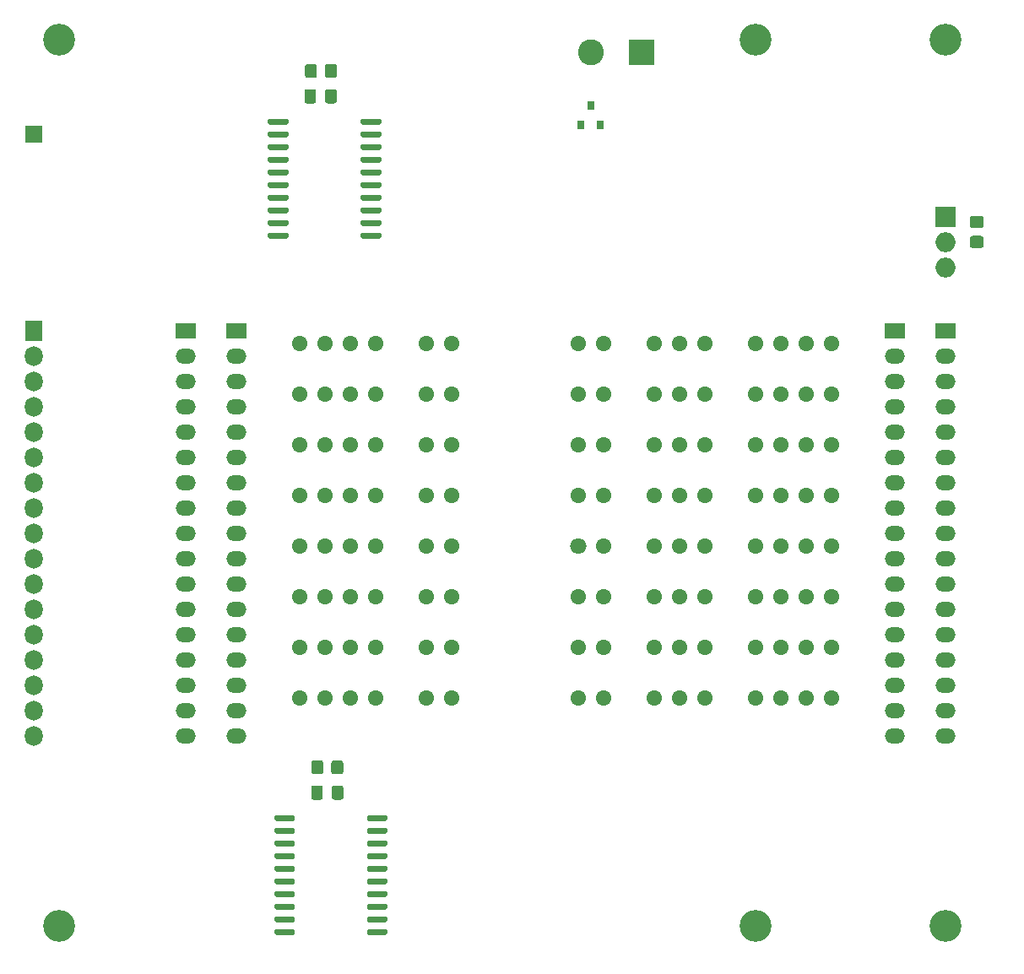
<source format=gbr>
%TF.GenerationSoftware,KiCad,Pcbnew,(5.1.8)-1*%
%TF.CreationDate,2024-06-14T00:40:21+03:00*%
%TF.ProjectId,MUX16bit,4d555831-3662-4697-942e-6b696361645f,rev?*%
%TF.SameCoordinates,Original*%
%TF.FileFunction,Soldermask,Bot*%
%TF.FilePolarity,Negative*%
%FSLAX46Y46*%
G04 Gerber Fmt 4.6, Leading zero omitted, Abs format (unit mm)*
G04 Created by KiCad (PCBNEW (5.1.8)-1) date 2024-06-14 00:40:21*
%MOMM*%
%LPD*%
G01*
G04 APERTURE LIST*
%ADD10O,1.600000X1.524000*%
%ADD11O,1.700000X1.500000*%
%ADD12R,0.800000X0.900000*%
%ADD13C,3.200000*%
%ADD14O,1.800000X2.000000*%
%ADD15R,1.800000X2.000000*%
%ADD16O,2.000000X1.500000*%
%ADD17R,2.000000X1.500000*%
%ADD18C,2.600000*%
%ADD19R,2.600000X2.600000*%
%ADD20O,2.000000X2.000000*%
%ADD21R,2.000000X2.000000*%
%ADD22R,1.700000X1.700000*%
G04 APERTURE END LIST*
D10*
%TO.C,U8*%
X95250000Y-48260000D03*
X92710000Y-48260000D03*
X90170000Y-48260000D03*
X87630000Y-48260000D03*
X82550000Y-48260000D03*
X80010000Y-48260000D03*
X77470000Y-48260000D03*
X72390000Y-48260000D03*
X69850000Y-48260000D03*
X57150000Y-48260000D03*
X54610000Y-48260000D03*
X49530000Y-48260000D03*
X46990000Y-48260000D03*
X44450000Y-48260000D03*
X41910000Y-48260000D03*
%TD*%
%TO.C,U7*%
X95250000Y-53340000D03*
X92710000Y-53340000D03*
X90170000Y-53340000D03*
X87630000Y-53340000D03*
X82550000Y-53340000D03*
X80010000Y-53340000D03*
X77470000Y-53340000D03*
X72390000Y-53340000D03*
X69850000Y-53340000D03*
X57150000Y-53340000D03*
X54610000Y-53340000D03*
X49530000Y-53340000D03*
X46990000Y-53340000D03*
X44450000Y-53340000D03*
X41910000Y-53340000D03*
%TD*%
%TO.C,U6*%
X95250000Y-58420000D03*
X92710000Y-58420000D03*
X90170000Y-58420000D03*
X87630000Y-58420000D03*
X82550000Y-58420000D03*
X80010000Y-58420000D03*
X77470000Y-58420000D03*
X72390000Y-58420000D03*
X69850000Y-58420000D03*
X57150000Y-58420000D03*
X54610000Y-58420000D03*
X49530000Y-58420000D03*
X46990000Y-58420000D03*
X44450000Y-58420000D03*
X41910000Y-58420000D03*
%TD*%
%TO.C,U5*%
X95250000Y-63500000D03*
X92710000Y-63500000D03*
X90170000Y-63500000D03*
X87630000Y-63500000D03*
X82550000Y-63500000D03*
X80010000Y-63500000D03*
X77470000Y-63500000D03*
X72390000Y-63500000D03*
X69850000Y-63500000D03*
X57150000Y-63500000D03*
X54610000Y-63500000D03*
X49530000Y-63500000D03*
X46990000Y-63500000D03*
X44450000Y-63500000D03*
X41910000Y-63500000D03*
%TD*%
%TO.C,U4*%
X95250000Y-68580000D03*
X92710000Y-68580000D03*
X90170000Y-68580000D03*
X87630000Y-68580000D03*
X82550000Y-68580000D03*
X80010000Y-68580000D03*
X77470000Y-68580000D03*
X72390000Y-68580000D03*
D11*
X69850000Y-68580000D03*
D10*
X57150000Y-68580000D03*
X54610000Y-68580000D03*
X49530000Y-68580000D03*
X46990000Y-68580000D03*
X44450000Y-68580000D03*
X41910000Y-68580000D03*
%TD*%
%TO.C,U3*%
X95250000Y-73660000D03*
X92710000Y-73660000D03*
X90170000Y-73660000D03*
X87630000Y-73660000D03*
X82550000Y-73660000D03*
X80010000Y-73660000D03*
X77470000Y-73660000D03*
X72390000Y-73660000D03*
X69850000Y-73660000D03*
X57150000Y-73660000D03*
X54610000Y-73660000D03*
X49530000Y-73660000D03*
X46990000Y-73660000D03*
X44450000Y-73660000D03*
X41910000Y-73660000D03*
%TD*%
%TO.C,U2*%
X95250000Y-78740000D03*
X92710000Y-78740000D03*
X90170000Y-78740000D03*
X87630000Y-78740000D03*
X82550000Y-78740000D03*
X80010000Y-78740000D03*
X77470000Y-78740000D03*
X72390000Y-78740000D03*
X69850000Y-78740000D03*
X57150000Y-78740000D03*
X54610000Y-78740000D03*
X49530000Y-78740000D03*
X46990000Y-78740000D03*
X44450000Y-78740000D03*
X41910000Y-78740000D03*
%TD*%
%TO.C,U1*%
X95250000Y-83820000D03*
X92710000Y-83820000D03*
X90170000Y-83820000D03*
X87630000Y-83820000D03*
X82550000Y-83820000D03*
X80010000Y-83820000D03*
X77470000Y-83820000D03*
X72390000Y-83820000D03*
X69850000Y-83820000D03*
X57150000Y-83820000D03*
X54610000Y-83820000D03*
X49530000Y-83820000D03*
X46990000Y-83820000D03*
X44450000Y-83820000D03*
X41910000Y-83820000D03*
%TD*%
D12*
%TO.C,Q1*%
X71120000Y-24400000D03*
X70170000Y-26400000D03*
X72070000Y-26400000D03*
%TD*%
D13*
%TO.C,H6*%
X87630000Y-106680000D03*
%TD*%
%TO.C,H5*%
X87630000Y-17780000D03*
%TD*%
%TO.C,U10*%
G36*
G01*
X40825000Y-25885000D02*
X40825000Y-26185000D01*
G75*
G02*
X40675000Y-26335000I-150000J0D01*
G01*
X38925000Y-26335000D01*
G75*
G02*
X38775000Y-26185000I0J150000D01*
G01*
X38775000Y-25885000D01*
G75*
G02*
X38925000Y-25735000I150000J0D01*
G01*
X40675000Y-25735000D01*
G75*
G02*
X40825000Y-25885000I0J-150000D01*
G01*
G37*
G36*
G01*
X40825000Y-27155000D02*
X40825000Y-27455000D01*
G75*
G02*
X40675000Y-27605000I-150000J0D01*
G01*
X38925000Y-27605000D01*
G75*
G02*
X38775000Y-27455000I0J150000D01*
G01*
X38775000Y-27155000D01*
G75*
G02*
X38925000Y-27005000I150000J0D01*
G01*
X40675000Y-27005000D01*
G75*
G02*
X40825000Y-27155000I0J-150000D01*
G01*
G37*
G36*
G01*
X40825000Y-28425000D02*
X40825000Y-28725000D01*
G75*
G02*
X40675000Y-28875000I-150000J0D01*
G01*
X38925000Y-28875000D01*
G75*
G02*
X38775000Y-28725000I0J150000D01*
G01*
X38775000Y-28425000D01*
G75*
G02*
X38925000Y-28275000I150000J0D01*
G01*
X40675000Y-28275000D01*
G75*
G02*
X40825000Y-28425000I0J-150000D01*
G01*
G37*
G36*
G01*
X40825000Y-29695000D02*
X40825000Y-29995000D01*
G75*
G02*
X40675000Y-30145000I-150000J0D01*
G01*
X38925000Y-30145000D01*
G75*
G02*
X38775000Y-29995000I0J150000D01*
G01*
X38775000Y-29695000D01*
G75*
G02*
X38925000Y-29545000I150000J0D01*
G01*
X40675000Y-29545000D01*
G75*
G02*
X40825000Y-29695000I0J-150000D01*
G01*
G37*
G36*
G01*
X40825000Y-30965000D02*
X40825000Y-31265000D01*
G75*
G02*
X40675000Y-31415000I-150000J0D01*
G01*
X38925000Y-31415000D01*
G75*
G02*
X38775000Y-31265000I0J150000D01*
G01*
X38775000Y-30965000D01*
G75*
G02*
X38925000Y-30815000I150000J0D01*
G01*
X40675000Y-30815000D01*
G75*
G02*
X40825000Y-30965000I0J-150000D01*
G01*
G37*
G36*
G01*
X40825000Y-32235000D02*
X40825000Y-32535000D01*
G75*
G02*
X40675000Y-32685000I-150000J0D01*
G01*
X38925000Y-32685000D01*
G75*
G02*
X38775000Y-32535000I0J150000D01*
G01*
X38775000Y-32235000D01*
G75*
G02*
X38925000Y-32085000I150000J0D01*
G01*
X40675000Y-32085000D01*
G75*
G02*
X40825000Y-32235000I0J-150000D01*
G01*
G37*
G36*
G01*
X40825000Y-33505000D02*
X40825000Y-33805000D01*
G75*
G02*
X40675000Y-33955000I-150000J0D01*
G01*
X38925000Y-33955000D01*
G75*
G02*
X38775000Y-33805000I0J150000D01*
G01*
X38775000Y-33505000D01*
G75*
G02*
X38925000Y-33355000I150000J0D01*
G01*
X40675000Y-33355000D01*
G75*
G02*
X40825000Y-33505000I0J-150000D01*
G01*
G37*
G36*
G01*
X40825000Y-34775000D02*
X40825000Y-35075000D01*
G75*
G02*
X40675000Y-35225000I-150000J0D01*
G01*
X38925000Y-35225000D01*
G75*
G02*
X38775000Y-35075000I0J150000D01*
G01*
X38775000Y-34775000D01*
G75*
G02*
X38925000Y-34625000I150000J0D01*
G01*
X40675000Y-34625000D01*
G75*
G02*
X40825000Y-34775000I0J-150000D01*
G01*
G37*
G36*
G01*
X40825000Y-36045000D02*
X40825000Y-36345000D01*
G75*
G02*
X40675000Y-36495000I-150000J0D01*
G01*
X38925000Y-36495000D01*
G75*
G02*
X38775000Y-36345000I0J150000D01*
G01*
X38775000Y-36045000D01*
G75*
G02*
X38925000Y-35895000I150000J0D01*
G01*
X40675000Y-35895000D01*
G75*
G02*
X40825000Y-36045000I0J-150000D01*
G01*
G37*
G36*
G01*
X40825000Y-37315000D02*
X40825000Y-37615000D01*
G75*
G02*
X40675000Y-37765000I-150000J0D01*
G01*
X38925000Y-37765000D01*
G75*
G02*
X38775000Y-37615000I0J150000D01*
G01*
X38775000Y-37315000D01*
G75*
G02*
X38925000Y-37165000I150000J0D01*
G01*
X40675000Y-37165000D01*
G75*
G02*
X40825000Y-37315000I0J-150000D01*
G01*
G37*
G36*
G01*
X50125000Y-37315000D02*
X50125000Y-37615000D01*
G75*
G02*
X49975000Y-37765000I-150000J0D01*
G01*
X48225000Y-37765000D01*
G75*
G02*
X48075000Y-37615000I0J150000D01*
G01*
X48075000Y-37315000D01*
G75*
G02*
X48225000Y-37165000I150000J0D01*
G01*
X49975000Y-37165000D01*
G75*
G02*
X50125000Y-37315000I0J-150000D01*
G01*
G37*
G36*
G01*
X50125000Y-36045000D02*
X50125000Y-36345000D01*
G75*
G02*
X49975000Y-36495000I-150000J0D01*
G01*
X48225000Y-36495000D01*
G75*
G02*
X48075000Y-36345000I0J150000D01*
G01*
X48075000Y-36045000D01*
G75*
G02*
X48225000Y-35895000I150000J0D01*
G01*
X49975000Y-35895000D01*
G75*
G02*
X50125000Y-36045000I0J-150000D01*
G01*
G37*
G36*
G01*
X50125000Y-34775000D02*
X50125000Y-35075000D01*
G75*
G02*
X49975000Y-35225000I-150000J0D01*
G01*
X48225000Y-35225000D01*
G75*
G02*
X48075000Y-35075000I0J150000D01*
G01*
X48075000Y-34775000D01*
G75*
G02*
X48225000Y-34625000I150000J0D01*
G01*
X49975000Y-34625000D01*
G75*
G02*
X50125000Y-34775000I0J-150000D01*
G01*
G37*
G36*
G01*
X50125000Y-33505000D02*
X50125000Y-33805000D01*
G75*
G02*
X49975000Y-33955000I-150000J0D01*
G01*
X48225000Y-33955000D01*
G75*
G02*
X48075000Y-33805000I0J150000D01*
G01*
X48075000Y-33505000D01*
G75*
G02*
X48225000Y-33355000I150000J0D01*
G01*
X49975000Y-33355000D01*
G75*
G02*
X50125000Y-33505000I0J-150000D01*
G01*
G37*
G36*
G01*
X50125000Y-32235000D02*
X50125000Y-32535000D01*
G75*
G02*
X49975000Y-32685000I-150000J0D01*
G01*
X48225000Y-32685000D01*
G75*
G02*
X48075000Y-32535000I0J150000D01*
G01*
X48075000Y-32235000D01*
G75*
G02*
X48225000Y-32085000I150000J0D01*
G01*
X49975000Y-32085000D01*
G75*
G02*
X50125000Y-32235000I0J-150000D01*
G01*
G37*
G36*
G01*
X50125000Y-30965000D02*
X50125000Y-31265000D01*
G75*
G02*
X49975000Y-31415000I-150000J0D01*
G01*
X48225000Y-31415000D01*
G75*
G02*
X48075000Y-31265000I0J150000D01*
G01*
X48075000Y-30965000D01*
G75*
G02*
X48225000Y-30815000I150000J0D01*
G01*
X49975000Y-30815000D01*
G75*
G02*
X50125000Y-30965000I0J-150000D01*
G01*
G37*
G36*
G01*
X50125000Y-29695000D02*
X50125000Y-29995000D01*
G75*
G02*
X49975000Y-30145000I-150000J0D01*
G01*
X48225000Y-30145000D01*
G75*
G02*
X48075000Y-29995000I0J150000D01*
G01*
X48075000Y-29695000D01*
G75*
G02*
X48225000Y-29545000I150000J0D01*
G01*
X49975000Y-29545000D01*
G75*
G02*
X50125000Y-29695000I0J-150000D01*
G01*
G37*
G36*
G01*
X50125000Y-28425000D02*
X50125000Y-28725000D01*
G75*
G02*
X49975000Y-28875000I-150000J0D01*
G01*
X48225000Y-28875000D01*
G75*
G02*
X48075000Y-28725000I0J150000D01*
G01*
X48075000Y-28425000D01*
G75*
G02*
X48225000Y-28275000I150000J0D01*
G01*
X49975000Y-28275000D01*
G75*
G02*
X50125000Y-28425000I0J-150000D01*
G01*
G37*
G36*
G01*
X50125000Y-27155000D02*
X50125000Y-27455000D01*
G75*
G02*
X49975000Y-27605000I-150000J0D01*
G01*
X48225000Y-27605000D01*
G75*
G02*
X48075000Y-27455000I0J150000D01*
G01*
X48075000Y-27155000D01*
G75*
G02*
X48225000Y-27005000I150000J0D01*
G01*
X49975000Y-27005000D01*
G75*
G02*
X50125000Y-27155000I0J-150000D01*
G01*
G37*
G36*
G01*
X50125000Y-25885000D02*
X50125000Y-26185000D01*
G75*
G02*
X49975000Y-26335000I-150000J0D01*
G01*
X48225000Y-26335000D01*
G75*
G02*
X48075000Y-26185000I0J150000D01*
G01*
X48075000Y-25885000D01*
G75*
G02*
X48225000Y-25735000I150000J0D01*
G01*
X49975000Y-25735000D01*
G75*
G02*
X50125000Y-25885000I0J-150000D01*
G01*
G37*
%TD*%
%TO.C,U9*%
G36*
G01*
X41460000Y-95735000D02*
X41460000Y-96035000D01*
G75*
G02*
X41310000Y-96185000I-150000J0D01*
G01*
X39560000Y-96185000D01*
G75*
G02*
X39410000Y-96035000I0J150000D01*
G01*
X39410000Y-95735000D01*
G75*
G02*
X39560000Y-95585000I150000J0D01*
G01*
X41310000Y-95585000D01*
G75*
G02*
X41460000Y-95735000I0J-150000D01*
G01*
G37*
G36*
G01*
X41460000Y-97005000D02*
X41460000Y-97305000D01*
G75*
G02*
X41310000Y-97455000I-150000J0D01*
G01*
X39560000Y-97455000D01*
G75*
G02*
X39410000Y-97305000I0J150000D01*
G01*
X39410000Y-97005000D01*
G75*
G02*
X39560000Y-96855000I150000J0D01*
G01*
X41310000Y-96855000D01*
G75*
G02*
X41460000Y-97005000I0J-150000D01*
G01*
G37*
G36*
G01*
X41460000Y-98275000D02*
X41460000Y-98575000D01*
G75*
G02*
X41310000Y-98725000I-150000J0D01*
G01*
X39560000Y-98725000D01*
G75*
G02*
X39410000Y-98575000I0J150000D01*
G01*
X39410000Y-98275000D01*
G75*
G02*
X39560000Y-98125000I150000J0D01*
G01*
X41310000Y-98125000D01*
G75*
G02*
X41460000Y-98275000I0J-150000D01*
G01*
G37*
G36*
G01*
X41460000Y-99545000D02*
X41460000Y-99845000D01*
G75*
G02*
X41310000Y-99995000I-150000J0D01*
G01*
X39560000Y-99995000D01*
G75*
G02*
X39410000Y-99845000I0J150000D01*
G01*
X39410000Y-99545000D01*
G75*
G02*
X39560000Y-99395000I150000J0D01*
G01*
X41310000Y-99395000D01*
G75*
G02*
X41460000Y-99545000I0J-150000D01*
G01*
G37*
G36*
G01*
X41460000Y-100815000D02*
X41460000Y-101115000D01*
G75*
G02*
X41310000Y-101265000I-150000J0D01*
G01*
X39560000Y-101265000D01*
G75*
G02*
X39410000Y-101115000I0J150000D01*
G01*
X39410000Y-100815000D01*
G75*
G02*
X39560000Y-100665000I150000J0D01*
G01*
X41310000Y-100665000D01*
G75*
G02*
X41460000Y-100815000I0J-150000D01*
G01*
G37*
G36*
G01*
X41460000Y-102085000D02*
X41460000Y-102385000D01*
G75*
G02*
X41310000Y-102535000I-150000J0D01*
G01*
X39560000Y-102535000D01*
G75*
G02*
X39410000Y-102385000I0J150000D01*
G01*
X39410000Y-102085000D01*
G75*
G02*
X39560000Y-101935000I150000J0D01*
G01*
X41310000Y-101935000D01*
G75*
G02*
X41460000Y-102085000I0J-150000D01*
G01*
G37*
G36*
G01*
X41460000Y-103355000D02*
X41460000Y-103655000D01*
G75*
G02*
X41310000Y-103805000I-150000J0D01*
G01*
X39560000Y-103805000D01*
G75*
G02*
X39410000Y-103655000I0J150000D01*
G01*
X39410000Y-103355000D01*
G75*
G02*
X39560000Y-103205000I150000J0D01*
G01*
X41310000Y-103205000D01*
G75*
G02*
X41460000Y-103355000I0J-150000D01*
G01*
G37*
G36*
G01*
X41460000Y-104625000D02*
X41460000Y-104925000D01*
G75*
G02*
X41310000Y-105075000I-150000J0D01*
G01*
X39560000Y-105075000D01*
G75*
G02*
X39410000Y-104925000I0J150000D01*
G01*
X39410000Y-104625000D01*
G75*
G02*
X39560000Y-104475000I150000J0D01*
G01*
X41310000Y-104475000D01*
G75*
G02*
X41460000Y-104625000I0J-150000D01*
G01*
G37*
G36*
G01*
X41460000Y-105895000D02*
X41460000Y-106195000D01*
G75*
G02*
X41310000Y-106345000I-150000J0D01*
G01*
X39560000Y-106345000D01*
G75*
G02*
X39410000Y-106195000I0J150000D01*
G01*
X39410000Y-105895000D01*
G75*
G02*
X39560000Y-105745000I150000J0D01*
G01*
X41310000Y-105745000D01*
G75*
G02*
X41460000Y-105895000I0J-150000D01*
G01*
G37*
G36*
G01*
X41460000Y-107165000D02*
X41460000Y-107465000D01*
G75*
G02*
X41310000Y-107615000I-150000J0D01*
G01*
X39560000Y-107615000D01*
G75*
G02*
X39410000Y-107465000I0J150000D01*
G01*
X39410000Y-107165000D01*
G75*
G02*
X39560000Y-107015000I150000J0D01*
G01*
X41310000Y-107015000D01*
G75*
G02*
X41460000Y-107165000I0J-150000D01*
G01*
G37*
G36*
G01*
X50760000Y-107165000D02*
X50760000Y-107465000D01*
G75*
G02*
X50610000Y-107615000I-150000J0D01*
G01*
X48860000Y-107615000D01*
G75*
G02*
X48710000Y-107465000I0J150000D01*
G01*
X48710000Y-107165000D01*
G75*
G02*
X48860000Y-107015000I150000J0D01*
G01*
X50610000Y-107015000D01*
G75*
G02*
X50760000Y-107165000I0J-150000D01*
G01*
G37*
G36*
G01*
X50760000Y-105895000D02*
X50760000Y-106195000D01*
G75*
G02*
X50610000Y-106345000I-150000J0D01*
G01*
X48860000Y-106345000D01*
G75*
G02*
X48710000Y-106195000I0J150000D01*
G01*
X48710000Y-105895000D01*
G75*
G02*
X48860000Y-105745000I150000J0D01*
G01*
X50610000Y-105745000D01*
G75*
G02*
X50760000Y-105895000I0J-150000D01*
G01*
G37*
G36*
G01*
X50760000Y-104625000D02*
X50760000Y-104925000D01*
G75*
G02*
X50610000Y-105075000I-150000J0D01*
G01*
X48860000Y-105075000D01*
G75*
G02*
X48710000Y-104925000I0J150000D01*
G01*
X48710000Y-104625000D01*
G75*
G02*
X48860000Y-104475000I150000J0D01*
G01*
X50610000Y-104475000D01*
G75*
G02*
X50760000Y-104625000I0J-150000D01*
G01*
G37*
G36*
G01*
X50760000Y-103355000D02*
X50760000Y-103655000D01*
G75*
G02*
X50610000Y-103805000I-150000J0D01*
G01*
X48860000Y-103805000D01*
G75*
G02*
X48710000Y-103655000I0J150000D01*
G01*
X48710000Y-103355000D01*
G75*
G02*
X48860000Y-103205000I150000J0D01*
G01*
X50610000Y-103205000D01*
G75*
G02*
X50760000Y-103355000I0J-150000D01*
G01*
G37*
G36*
G01*
X50760000Y-102085000D02*
X50760000Y-102385000D01*
G75*
G02*
X50610000Y-102535000I-150000J0D01*
G01*
X48860000Y-102535000D01*
G75*
G02*
X48710000Y-102385000I0J150000D01*
G01*
X48710000Y-102085000D01*
G75*
G02*
X48860000Y-101935000I150000J0D01*
G01*
X50610000Y-101935000D01*
G75*
G02*
X50760000Y-102085000I0J-150000D01*
G01*
G37*
G36*
G01*
X50760000Y-100815000D02*
X50760000Y-101115000D01*
G75*
G02*
X50610000Y-101265000I-150000J0D01*
G01*
X48860000Y-101265000D01*
G75*
G02*
X48710000Y-101115000I0J150000D01*
G01*
X48710000Y-100815000D01*
G75*
G02*
X48860000Y-100665000I150000J0D01*
G01*
X50610000Y-100665000D01*
G75*
G02*
X50760000Y-100815000I0J-150000D01*
G01*
G37*
G36*
G01*
X50760000Y-99545000D02*
X50760000Y-99845000D01*
G75*
G02*
X50610000Y-99995000I-150000J0D01*
G01*
X48860000Y-99995000D01*
G75*
G02*
X48710000Y-99845000I0J150000D01*
G01*
X48710000Y-99545000D01*
G75*
G02*
X48860000Y-99395000I150000J0D01*
G01*
X50610000Y-99395000D01*
G75*
G02*
X50760000Y-99545000I0J-150000D01*
G01*
G37*
G36*
G01*
X50760000Y-98275000D02*
X50760000Y-98575000D01*
G75*
G02*
X50610000Y-98725000I-150000J0D01*
G01*
X48860000Y-98725000D01*
G75*
G02*
X48710000Y-98575000I0J150000D01*
G01*
X48710000Y-98275000D01*
G75*
G02*
X48860000Y-98125000I150000J0D01*
G01*
X50610000Y-98125000D01*
G75*
G02*
X50760000Y-98275000I0J-150000D01*
G01*
G37*
G36*
G01*
X50760000Y-97005000D02*
X50760000Y-97305000D01*
G75*
G02*
X50610000Y-97455000I-150000J0D01*
G01*
X48860000Y-97455000D01*
G75*
G02*
X48710000Y-97305000I0J150000D01*
G01*
X48710000Y-97005000D01*
G75*
G02*
X48860000Y-96855000I150000J0D01*
G01*
X50610000Y-96855000D01*
G75*
G02*
X50760000Y-97005000I0J-150000D01*
G01*
G37*
G36*
G01*
X50760000Y-95735000D02*
X50760000Y-96035000D01*
G75*
G02*
X50610000Y-96185000I-150000J0D01*
G01*
X48860000Y-96185000D01*
G75*
G02*
X48710000Y-96035000I0J150000D01*
G01*
X48710000Y-95735000D01*
G75*
G02*
X48860000Y-95585000I150000J0D01*
G01*
X50610000Y-95585000D01*
G75*
G02*
X50760000Y-95735000I0J-150000D01*
G01*
G37*
%TD*%
%TO.C,C2*%
G36*
G01*
X44497500Y-23970000D02*
X44497500Y-23020000D01*
G75*
G02*
X44747500Y-22770000I250000J0D01*
G01*
X45422500Y-22770000D01*
G75*
G02*
X45672500Y-23020000I0J-250000D01*
G01*
X45672500Y-23970000D01*
G75*
G02*
X45422500Y-24220000I-250000J0D01*
G01*
X44747500Y-24220000D01*
G75*
G02*
X44497500Y-23970000I0J250000D01*
G01*
G37*
G36*
G01*
X42422500Y-23970000D02*
X42422500Y-23020000D01*
G75*
G02*
X42672500Y-22770000I250000J0D01*
G01*
X43347500Y-22770000D01*
G75*
G02*
X43597500Y-23020000I0J-250000D01*
G01*
X43597500Y-23970000D01*
G75*
G02*
X43347500Y-24220000I-250000J0D01*
G01*
X42672500Y-24220000D01*
G75*
G02*
X42422500Y-23970000I0J250000D01*
G01*
G37*
%TD*%
%TO.C,C1*%
G36*
G01*
X45170000Y-93820000D02*
X45170000Y-92870000D01*
G75*
G02*
X45420000Y-92620000I250000J0D01*
G01*
X46095000Y-92620000D01*
G75*
G02*
X46345000Y-92870000I0J-250000D01*
G01*
X46345000Y-93820000D01*
G75*
G02*
X46095000Y-94070000I-250000J0D01*
G01*
X45420000Y-94070000D01*
G75*
G02*
X45170000Y-93820000I0J250000D01*
G01*
G37*
G36*
G01*
X43095000Y-93820000D02*
X43095000Y-92870000D01*
G75*
G02*
X43345000Y-92620000I250000J0D01*
G01*
X44020000Y-92620000D01*
G75*
G02*
X44270000Y-92870000I0J-250000D01*
G01*
X44270000Y-93820000D01*
G75*
G02*
X44020000Y-94070000I-250000J0D01*
G01*
X43345000Y-94070000D01*
G75*
G02*
X43095000Y-93820000I0J250000D01*
G01*
G37*
%TD*%
D14*
%TO.C,J5*%
X15240000Y-87630000D03*
X15240000Y-85090000D03*
X15240000Y-82550000D03*
X15240000Y-80010000D03*
X15240000Y-77470000D03*
X15240000Y-74930000D03*
X15240000Y-72390000D03*
X15240000Y-69850000D03*
X15240000Y-67310000D03*
X15240000Y-64770000D03*
X15240000Y-62230000D03*
X15240000Y-59690000D03*
X15240000Y-57150000D03*
X15240000Y-54610000D03*
X15240000Y-52070000D03*
X15240000Y-49530000D03*
D15*
X15240000Y-46990000D03*
%TD*%
D16*
%TO.C,J4*%
X106680000Y-87630000D03*
X106680000Y-85090000D03*
X106680000Y-82550000D03*
X106680000Y-80010000D03*
X106680000Y-77470000D03*
X106680000Y-74930000D03*
X106680000Y-72390000D03*
X106680000Y-69850000D03*
X106680000Y-67310000D03*
X106680000Y-64770000D03*
X106680000Y-62230000D03*
X106680000Y-59690000D03*
X106680000Y-57150000D03*
X106680000Y-54610000D03*
X106680000Y-52070000D03*
X106680000Y-49530000D03*
D17*
X106680000Y-46990000D03*
%TD*%
D16*
%TO.C,J3*%
X101600000Y-87630000D03*
X101600000Y-85090000D03*
X101600000Y-82550000D03*
X101600000Y-80010000D03*
X101600000Y-77470000D03*
X101600000Y-74930000D03*
X101600000Y-72390000D03*
X101600000Y-69850000D03*
X101600000Y-67310000D03*
X101600000Y-64770000D03*
X101600000Y-62230000D03*
X101600000Y-59690000D03*
X101600000Y-57150000D03*
X101600000Y-54610000D03*
X101600000Y-52070000D03*
X101600000Y-49530000D03*
D17*
X101600000Y-46990000D03*
%TD*%
D16*
%TO.C,J2*%
X35560000Y-87630000D03*
X35560000Y-85090000D03*
X35560000Y-82550000D03*
X35560000Y-80010000D03*
X35560000Y-77470000D03*
X35560000Y-74930000D03*
X35560000Y-72390000D03*
X35560000Y-69850000D03*
X35560000Y-67310000D03*
X35560000Y-64770000D03*
X35560000Y-62230000D03*
X35560000Y-59690000D03*
X35560000Y-57150000D03*
X35560000Y-54610000D03*
X35560000Y-52070000D03*
X35560000Y-49530000D03*
D17*
X35560000Y-46990000D03*
%TD*%
D16*
%TO.C,J1*%
X30480000Y-87630000D03*
X30480000Y-85090000D03*
X30480000Y-82550000D03*
X30480000Y-80010000D03*
X30480000Y-77470000D03*
X30480000Y-74930000D03*
X30480000Y-72390000D03*
X30480000Y-69850000D03*
X30480000Y-67310000D03*
X30480000Y-64770000D03*
X30480000Y-62230000D03*
X30480000Y-59690000D03*
X30480000Y-57150000D03*
X30480000Y-54610000D03*
X30480000Y-52070000D03*
X30480000Y-49530000D03*
D17*
X30480000Y-46990000D03*
%TD*%
D13*
%TO.C,H4*%
X106680000Y-17780000D03*
%TD*%
%TO.C,H3*%
X17780000Y-17780000D03*
%TD*%
%TO.C,H2*%
X106680000Y-106680000D03*
%TD*%
%TO.C,H1*%
X17780000Y-106680000D03*
%TD*%
%TO.C,R3*%
G36*
G01*
X109404999Y-37500000D02*
X110305001Y-37500000D01*
G75*
G02*
X110555000Y-37749999I0J-249999D01*
G01*
X110555000Y-38450001D01*
G75*
G02*
X110305001Y-38700000I-249999J0D01*
G01*
X109404999Y-38700000D01*
G75*
G02*
X109155000Y-38450001I0J249999D01*
G01*
X109155000Y-37749999D01*
G75*
G02*
X109404999Y-37500000I249999J0D01*
G01*
G37*
G36*
G01*
X109404999Y-35500000D02*
X110305001Y-35500000D01*
G75*
G02*
X110555000Y-35749999I0J-249999D01*
G01*
X110555000Y-36450001D01*
G75*
G02*
X110305001Y-36700000I-249999J0D01*
G01*
X109404999Y-36700000D01*
G75*
G02*
X109155000Y-36450001I0J249999D01*
G01*
X109155000Y-35749999D01*
G75*
G02*
X109404999Y-35500000I249999J0D01*
G01*
G37*
%TD*%
%TO.C,R2*%
G36*
G01*
X43685000Y-20504999D02*
X43685000Y-21405001D01*
G75*
G02*
X43435001Y-21655000I-249999J0D01*
G01*
X42734999Y-21655000D01*
G75*
G02*
X42485000Y-21405001I0J249999D01*
G01*
X42485000Y-20504999D01*
G75*
G02*
X42734999Y-20255000I249999J0D01*
G01*
X43435001Y-20255000D01*
G75*
G02*
X43685000Y-20504999I0J-249999D01*
G01*
G37*
G36*
G01*
X45685000Y-20504999D02*
X45685000Y-21405001D01*
G75*
G02*
X45435001Y-21655000I-249999J0D01*
G01*
X44734999Y-21655000D01*
G75*
G02*
X44485000Y-21405001I0J249999D01*
G01*
X44485000Y-20504999D01*
G75*
G02*
X44734999Y-20255000I249999J0D01*
G01*
X45435001Y-20255000D01*
G75*
G02*
X45685000Y-20504999I0J-249999D01*
G01*
G37*
%TD*%
%TO.C,R1*%
G36*
G01*
X44320000Y-90354999D02*
X44320000Y-91255001D01*
G75*
G02*
X44070001Y-91505000I-249999J0D01*
G01*
X43369999Y-91505000D01*
G75*
G02*
X43120000Y-91255001I0J249999D01*
G01*
X43120000Y-90354999D01*
G75*
G02*
X43369999Y-90105000I249999J0D01*
G01*
X44070001Y-90105000D01*
G75*
G02*
X44320000Y-90354999I0J-249999D01*
G01*
G37*
G36*
G01*
X46320000Y-90354999D02*
X46320000Y-91255001D01*
G75*
G02*
X46070001Y-91505000I-249999J0D01*
G01*
X45369999Y-91505000D01*
G75*
G02*
X45120000Y-91255001I0J249999D01*
G01*
X45120000Y-90354999D01*
G75*
G02*
X45369999Y-90105000I249999J0D01*
G01*
X46070001Y-90105000D01*
G75*
G02*
X46320000Y-90354999I0J-249999D01*
G01*
G37*
%TD*%
D18*
%TO.C,J8*%
X71200000Y-19050000D03*
D19*
X76200000Y-19050000D03*
%TD*%
D20*
%TO.C,J7*%
X106680000Y-40640000D03*
X106680000Y-38100000D03*
D21*
X106680000Y-35560000D03*
%TD*%
D22*
%TO.C,J6*%
X15240000Y-27305000D03*
%TD*%
M02*

</source>
